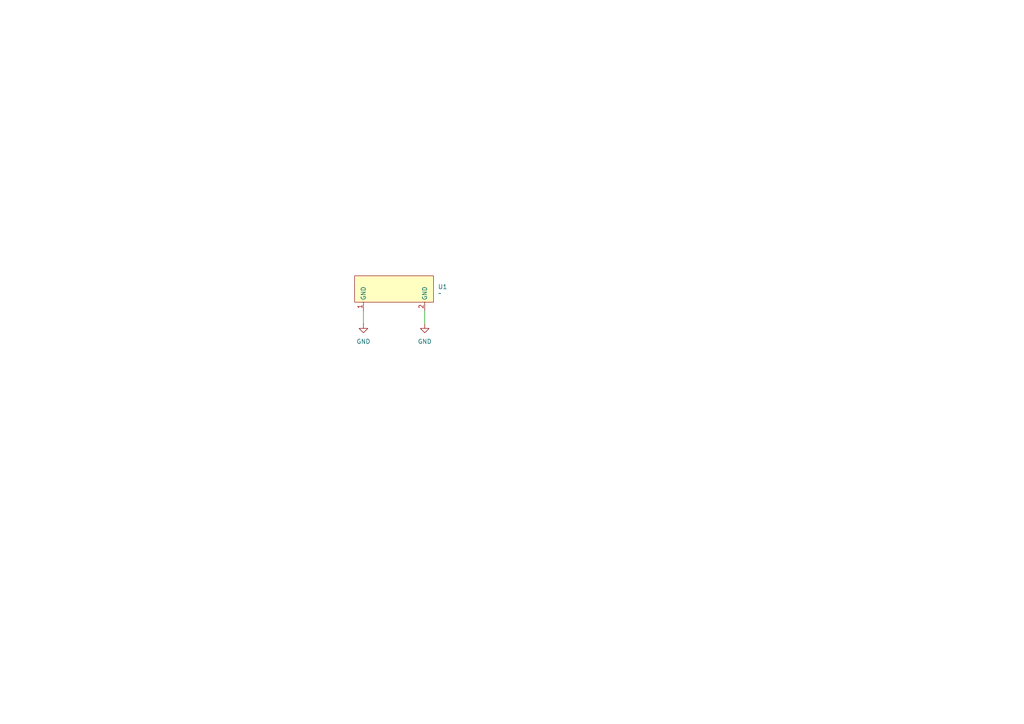
<source format=kicad_sch>
(kicad_sch (version 20231120) (generator "eeschema") (generator_version "8.0")
  (paper "A4")
  (lib_symbols
    (symbol "AllSerial_Front:Front_GND"
      (property "Reference" "U" (at -3.81 -1.27 0))
      (symbol "Front_GND_1_1"
        (rectangle (start -11.43 7.62) (end 11.43 0) (fill (type background)))
        (pin power_in line (at -8.89 -2.54 90) (length 2.54) (name "GND") (number "1"))
        (pin power_in line (at 8.89 -2.54 90) (length 2.54) (name "GND") (number "2"))
      )
    )
    (symbol "power:GND" (power) (pin_numbers hide) (pin_names (offset 0) hide)
      (property "Value" "GND" (at 0 -3.81 0))
      (symbol "GND_0_1"
        (polyline (pts (xy 0 0) (xy 0 -1.27) (xy 1.27 -1.27) (xy 0 -2.54) (xy -1.27 -1.27) (xy 0 -1.27)))
      )
      (symbol "GND_1_1"
        (pin power_in line (at 0 0 270) (length 0) (name "~") (number "1"))
      )
    )
  )
  (wire (pts (xy 105.41 90.17) (xy 105.41 93.98)))
  (wire (pts (xy 123.19 90.17) (xy 123.19 93.98)))
  (symbol (lib_id "power:GND") (at 123.19 93.98 0) (unit 1)
    (property "Reference" "#PWR02" (effects (hide yes)))
    (property "Value" "GND" (at 123.19 99.06 0))
    (property "Description" "Power symbol creates a global label with name \"GND\" , ground" (effects (hide yes)))
  )
  (symbol (lib_id "AllSerial_Front:Front_GND") (at 114.3 87.63 0) (unit 1)
    (property "Reference" "U1" (at 127 83.1849 0) (effects (justify left)))
    (property "Value" "~" (at 127 85.09 0) (effects (justify left)))
    (property "Footprint" "AllSerial:Frontpanel_GND_2_Holes_Front" (effects (hide yes)))
  )
  (symbol (lib_id "power:GND") (at 105.41 93.98 0) (unit 1)
    (property "Reference" "#PWR01" (effects (hide yes)))
    (property "Value" "GND" (at 105.41 99.06 0))
    (property "Description" "Power symbol creates a global label with name \"GND\" , ground" (effects (hide yes)))
  )
)
</source>
